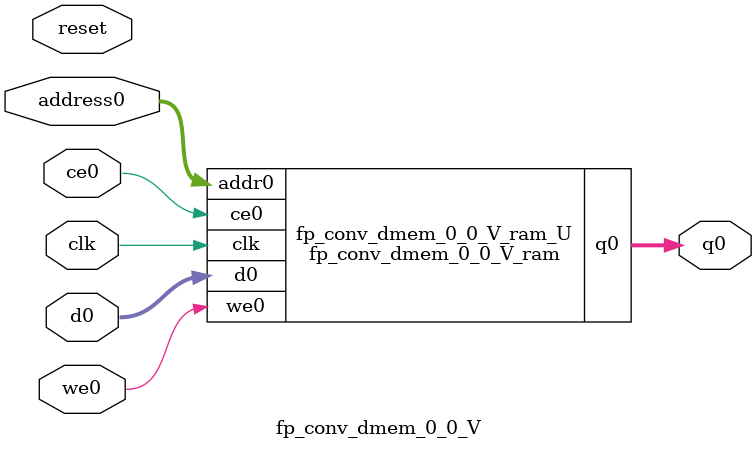
<source format=v>

`timescale 1 ns / 1 ps
module fp_conv_dmem_0_0_V_ram (addr0, ce0, d0, we0, q0,  clk);

parameter DWIDTH = 64;
parameter AWIDTH = 10;
parameter MEM_SIZE = 1024;

input[AWIDTH-1:0] addr0;
input ce0;
input[DWIDTH-1:0] d0;
input we0;
output reg[DWIDTH-1:0] q0;
input clk;

(* ram_style = "block" *)reg [DWIDTH-1:0] ram[0:MEM_SIZE-1];




always @(posedge clk)  
begin 
    if (ce0) 
    begin
        if (we0) 
        begin 
            ram[addr0] <= d0; 
            q0 <= d0;
        end 
        else 
            q0 <= ram[addr0];
    end
end


endmodule


`timescale 1 ns / 1 ps
module fp_conv_dmem_0_0_V(
    reset,
    clk,
    address0,
    ce0,
    we0,
    d0,
    q0);

parameter DataWidth = 32'd64;
parameter AddressRange = 32'd1024;
parameter AddressWidth = 32'd10;
input reset;
input clk;
input[AddressWidth - 1:0] address0;
input ce0;
input we0;
input[DataWidth - 1:0] d0;
output[DataWidth - 1:0] q0;



fp_conv_dmem_0_0_V_ram fp_conv_dmem_0_0_V_ram_U(
    .clk( clk ),
    .addr0( address0 ),
    .ce0( ce0 ),
    .we0( we0 ),
    .d0( d0 ),
    .q0( q0 ));

endmodule


</source>
